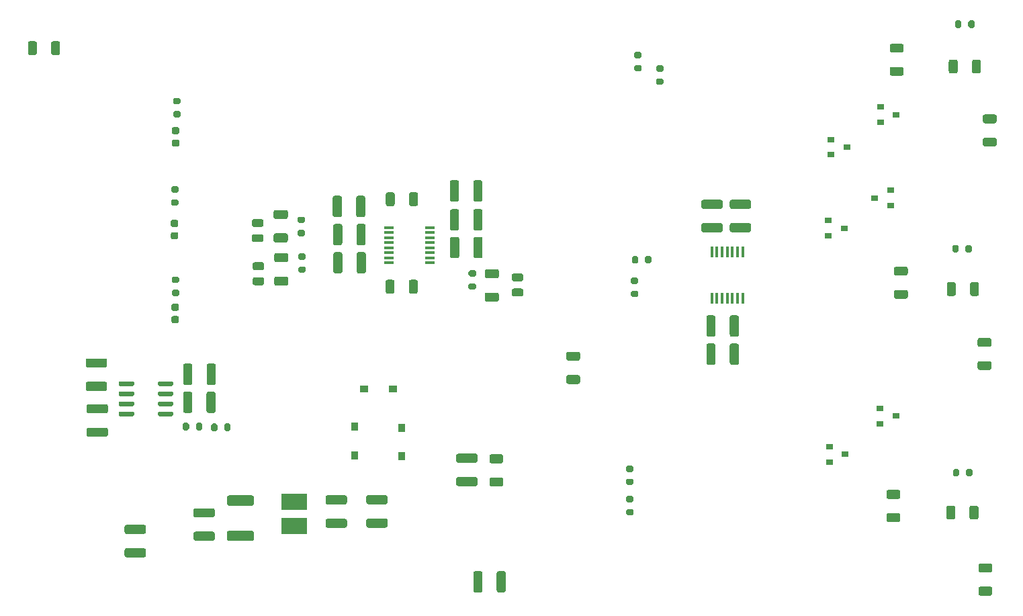
<source format=gtp>
G04 #@! TF.GenerationSoftware,KiCad,Pcbnew,(5.1.10)-1*
G04 #@! TF.CreationDate,2022-03-21T21:51:29-04:00*
G04 #@! TF.ProjectId,MC-ADC,4d432d41-4443-42e6-9b69-6361645f7063,rev?*
G04 #@! TF.SameCoordinates,Original*
G04 #@! TF.FileFunction,Paste,Top*
G04 #@! TF.FilePolarity,Positive*
%FSLAX46Y46*%
G04 Gerber Fmt 4.6, Leading zero omitted, Abs format (unit mm)*
G04 Created by KiCad (PCBNEW (5.1.10)-1) date 2022-03-21 21:51:29*
%MOMM*%
%LPD*%
G01*
G04 APERTURE LIST*
%ADD10R,0.850000X1.050000*%
%ADD11R,1.050000X0.850000*%
%ADD12R,0.900000X0.800000*%
%ADD13R,1.200000X0.400000*%
%ADD14R,0.450000X1.450000*%
%ADD15R,3.250000X2.150000*%
G04 APERTURE END LIST*
G36*
G01*
X142542099Y-122439000D02*
X143792101Y-122439000D01*
G75*
G02*
X144042100Y-122688999I0J-249999D01*
G01*
X144042100Y-123314001D01*
G75*
G02*
X143792101Y-123564000I-249999J0D01*
G01*
X142542099Y-123564000D01*
G75*
G02*
X142292100Y-123314001I0J249999D01*
G01*
X142292100Y-122688999D01*
G75*
G02*
X142542099Y-122439000I249999J0D01*
G01*
G37*
G36*
G01*
X142542099Y-119514000D02*
X143792101Y-119514000D01*
G75*
G02*
X144042100Y-119763999I0J-249999D01*
G01*
X144042100Y-120389001D01*
G75*
G02*
X143792101Y-120639000I-249999J0D01*
G01*
X142542099Y-120639000D01*
G75*
G02*
X142292100Y-120389001I0J249999D01*
G01*
X142292100Y-119763999D01*
G75*
G02*
X142542099Y-119514000I249999J0D01*
G01*
G37*
D10*
X125275340Y-119650920D03*
X125275340Y-116050920D03*
X131216400Y-116162680D03*
X131216400Y-119762680D03*
D11*
X126503020Y-111267240D03*
X130103020Y-111267240D03*
G36*
G01*
X140556161Y-120572960D02*
X138356159Y-120572960D01*
G75*
G02*
X138106160Y-120322961I0J249999D01*
G01*
X138106160Y-119672959D01*
G75*
G02*
X138356159Y-119422960I249999J0D01*
G01*
X140556161Y-119422960D01*
G75*
G02*
X140806160Y-119672959I0J-249999D01*
G01*
X140806160Y-120322961D01*
G75*
G02*
X140556161Y-120572960I-249999J0D01*
G01*
G37*
G36*
G01*
X140556161Y-123522960D02*
X138356159Y-123522960D01*
G75*
G02*
X138106160Y-123272961I0J249999D01*
G01*
X138106160Y-122622959D01*
G75*
G02*
X138356159Y-122372960I249999J0D01*
G01*
X140556161Y-122372960D01*
G75*
G02*
X140806160Y-122622959I0J-249999D01*
G01*
X140806160Y-123272961D01*
G75*
G02*
X140556161Y-123522960I-249999J0D01*
G01*
G37*
D12*
X185136280Y-118562080D03*
X185136280Y-120462080D03*
X187136280Y-119512080D03*
X191524380Y-113733540D03*
X191524380Y-115633540D03*
X193524380Y-114683540D03*
X184991500Y-90050580D03*
X184991500Y-91950580D03*
X186991500Y-91000580D03*
X192843660Y-88135500D03*
X192843660Y-86235500D03*
X190843660Y-87185500D03*
X185375040Y-79857560D03*
X185375040Y-81757560D03*
X187375040Y-80807560D03*
X191570100Y-75740220D03*
X191570100Y-77640220D03*
X193570100Y-76690220D03*
G36*
G01*
X100511740Y-110749220D02*
X100511740Y-110449220D01*
G75*
G02*
X100661740Y-110299220I150000J0D01*
G01*
X102311740Y-110299220D01*
G75*
G02*
X102461740Y-110449220I0J-150000D01*
G01*
X102461740Y-110749220D01*
G75*
G02*
X102311740Y-110899220I-150000J0D01*
G01*
X100661740Y-110899220D01*
G75*
G02*
X100511740Y-110749220I0J150000D01*
G01*
G37*
G36*
G01*
X100511740Y-112019220D02*
X100511740Y-111719220D01*
G75*
G02*
X100661740Y-111569220I150000J0D01*
G01*
X102311740Y-111569220D01*
G75*
G02*
X102461740Y-111719220I0J-150000D01*
G01*
X102461740Y-112019220D01*
G75*
G02*
X102311740Y-112169220I-150000J0D01*
G01*
X100661740Y-112169220D01*
G75*
G02*
X100511740Y-112019220I0J150000D01*
G01*
G37*
G36*
G01*
X100511740Y-113289220D02*
X100511740Y-112989220D01*
G75*
G02*
X100661740Y-112839220I150000J0D01*
G01*
X102311740Y-112839220D01*
G75*
G02*
X102461740Y-112989220I0J-150000D01*
G01*
X102461740Y-113289220D01*
G75*
G02*
X102311740Y-113439220I-150000J0D01*
G01*
X100661740Y-113439220D01*
G75*
G02*
X100511740Y-113289220I0J150000D01*
G01*
G37*
G36*
G01*
X100511740Y-114559220D02*
X100511740Y-114259220D01*
G75*
G02*
X100661740Y-114109220I150000J0D01*
G01*
X102311740Y-114109220D01*
G75*
G02*
X102461740Y-114259220I0J-150000D01*
G01*
X102461740Y-114559220D01*
G75*
G02*
X102311740Y-114709220I-150000J0D01*
G01*
X100661740Y-114709220D01*
G75*
G02*
X100511740Y-114559220I0J150000D01*
G01*
G37*
G36*
G01*
X95561740Y-114559220D02*
X95561740Y-114259220D01*
G75*
G02*
X95711740Y-114109220I150000J0D01*
G01*
X97361740Y-114109220D01*
G75*
G02*
X97511740Y-114259220I0J-150000D01*
G01*
X97511740Y-114559220D01*
G75*
G02*
X97361740Y-114709220I-150000J0D01*
G01*
X95711740Y-114709220D01*
G75*
G02*
X95561740Y-114559220I0J150000D01*
G01*
G37*
G36*
G01*
X95561740Y-113289220D02*
X95561740Y-112989220D01*
G75*
G02*
X95711740Y-112839220I150000J0D01*
G01*
X97361740Y-112839220D01*
G75*
G02*
X97511740Y-112989220I0J-150000D01*
G01*
X97511740Y-113289220D01*
G75*
G02*
X97361740Y-113439220I-150000J0D01*
G01*
X95711740Y-113439220D01*
G75*
G02*
X95561740Y-113289220I0J150000D01*
G01*
G37*
G36*
G01*
X95561740Y-112019220D02*
X95561740Y-111719220D01*
G75*
G02*
X95711740Y-111569220I150000J0D01*
G01*
X97361740Y-111569220D01*
G75*
G02*
X97511740Y-111719220I0J-150000D01*
G01*
X97511740Y-112019220D01*
G75*
G02*
X97361740Y-112169220I-150000J0D01*
G01*
X95711740Y-112169220D01*
G75*
G02*
X95561740Y-112019220I0J150000D01*
G01*
G37*
G36*
G01*
X95561740Y-110749220D02*
X95561740Y-110449220D01*
G75*
G02*
X95711740Y-110299220I150000J0D01*
G01*
X97361740Y-110299220D01*
G75*
G02*
X97511740Y-110449220I0J-150000D01*
G01*
X97511740Y-110749220D01*
G75*
G02*
X97361740Y-110899220I-150000J0D01*
G01*
X95711740Y-110899220D01*
G75*
G02*
X95561740Y-110749220I0J150000D01*
G01*
G37*
G36*
G01*
X140274880Y-91061721D02*
X140274880Y-88861719D01*
G75*
G02*
X140524879Y-88611720I249999J0D01*
G01*
X141174881Y-88611720D01*
G75*
G02*
X141424880Y-88861719I0J-249999D01*
G01*
X141424880Y-91061721D01*
G75*
G02*
X141174881Y-91311720I-249999J0D01*
G01*
X140524879Y-91311720D01*
G75*
G02*
X140274880Y-91061721I0J249999D01*
G01*
G37*
G36*
G01*
X137324880Y-91061721D02*
X137324880Y-88861719D01*
G75*
G02*
X137574879Y-88611720I249999J0D01*
G01*
X138224881Y-88611720D01*
G75*
G02*
X138474880Y-88861719I0J-249999D01*
G01*
X138474880Y-91061721D01*
G75*
G02*
X138224881Y-91311720I-249999J0D01*
G01*
X137574879Y-91311720D01*
G75*
G02*
X137324880Y-91061721I0J249999D01*
G01*
G37*
G36*
G01*
X140264720Y-87414281D02*
X140264720Y-85214279D01*
G75*
G02*
X140514719Y-84964280I249999J0D01*
G01*
X141164721Y-84964280D01*
G75*
G02*
X141414720Y-85214279I0J-249999D01*
G01*
X141414720Y-87414281D01*
G75*
G02*
X141164721Y-87664280I-249999J0D01*
G01*
X140514719Y-87664280D01*
G75*
G02*
X140264720Y-87414281I0J249999D01*
G01*
G37*
G36*
G01*
X137314720Y-87414281D02*
X137314720Y-85214279D01*
G75*
G02*
X137564719Y-84964280I249999J0D01*
G01*
X138214721Y-84964280D01*
G75*
G02*
X138464720Y-85214279I0J-249999D01*
G01*
X138464720Y-87414281D01*
G75*
G02*
X138214721Y-87664280I-249999J0D01*
G01*
X137564719Y-87664280D01*
G75*
G02*
X137314720Y-87414281I0J249999D01*
G01*
G37*
G36*
G01*
X140287580Y-94546601D02*
X140287580Y-92346599D01*
G75*
G02*
X140537579Y-92096600I249999J0D01*
G01*
X141187581Y-92096600D01*
G75*
G02*
X141437580Y-92346599I0J-249999D01*
G01*
X141437580Y-94546601D01*
G75*
G02*
X141187581Y-94796600I-249999J0D01*
G01*
X140537579Y-94796600D01*
G75*
G02*
X140287580Y-94546601I0J249999D01*
G01*
G37*
G36*
G01*
X137337580Y-94546601D02*
X137337580Y-92346599D01*
G75*
G02*
X137587579Y-92096600I249999J0D01*
G01*
X138237581Y-92096600D01*
G75*
G02*
X138487580Y-92346599I0J-249999D01*
G01*
X138487580Y-94546601D01*
G75*
G02*
X138237581Y-94796600I-249999J0D01*
G01*
X137587579Y-94796600D01*
G75*
G02*
X137337580Y-94546601I0J249999D01*
G01*
G37*
G36*
G01*
X123701500Y-87170079D02*
X123701500Y-89370081D01*
G75*
G02*
X123451501Y-89620080I-249999J0D01*
G01*
X122801499Y-89620080D01*
G75*
G02*
X122551500Y-89370081I0J249999D01*
G01*
X122551500Y-87170079D01*
G75*
G02*
X122801499Y-86920080I249999J0D01*
G01*
X123451501Y-86920080D01*
G75*
G02*
X123701500Y-87170079I0J-249999D01*
G01*
G37*
G36*
G01*
X126651500Y-87170079D02*
X126651500Y-89370081D01*
G75*
G02*
X126401501Y-89620080I-249999J0D01*
G01*
X125751499Y-89620080D01*
G75*
G02*
X125501500Y-89370081I0J249999D01*
G01*
X125501500Y-87170079D01*
G75*
G02*
X125751499Y-86920080I249999J0D01*
G01*
X126401501Y-86920080D01*
G75*
G02*
X126651500Y-87170079I0J-249999D01*
G01*
G37*
G36*
G01*
X123768280Y-94274459D02*
X123768280Y-96474461D01*
G75*
G02*
X123518281Y-96724460I-249999J0D01*
G01*
X122868279Y-96724460D01*
G75*
G02*
X122618280Y-96474461I0J249999D01*
G01*
X122618280Y-94274459D01*
G75*
G02*
X122868279Y-94024460I249999J0D01*
G01*
X123518281Y-94024460D01*
G75*
G02*
X123768280Y-94274459I0J-249999D01*
G01*
G37*
G36*
G01*
X126718280Y-94274459D02*
X126718280Y-96474461D01*
G75*
G02*
X126468281Y-96724460I-249999J0D01*
G01*
X125818279Y-96724460D01*
G75*
G02*
X125568280Y-96474461I0J249999D01*
G01*
X125568280Y-94274459D01*
G75*
G02*
X125818279Y-94024460I249999J0D01*
G01*
X126468281Y-94024460D01*
G75*
G02*
X126718280Y-94274459I0J-249999D01*
G01*
G37*
G36*
G01*
X123745420Y-90726079D02*
X123745420Y-92926081D01*
G75*
G02*
X123495421Y-93176080I-249999J0D01*
G01*
X122845419Y-93176080D01*
G75*
G02*
X122595420Y-92926081I0J249999D01*
G01*
X122595420Y-90726079D01*
G75*
G02*
X122845419Y-90476080I249999J0D01*
G01*
X123495421Y-90476080D01*
G75*
G02*
X123745420Y-90726079I0J-249999D01*
G01*
G37*
G36*
G01*
X126695420Y-90726079D02*
X126695420Y-92926081D01*
G75*
G02*
X126445421Y-93176080I-249999J0D01*
G01*
X125795419Y-93176080D01*
G75*
G02*
X125545420Y-92926081I0J249999D01*
G01*
X125545420Y-90726079D01*
G75*
G02*
X125795419Y-90476080I249999J0D01*
G01*
X126445421Y-90476080D01*
G75*
G02*
X126695420Y-90726079I0J-249999D01*
G01*
G37*
G36*
G01*
X170791300Y-102242439D02*
X170791300Y-104442441D01*
G75*
G02*
X170541301Y-104692440I-249999J0D01*
G01*
X169891299Y-104692440D01*
G75*
G02*
X169641300Y-104442441I0J249999D01*
G01*
X169641300Y-102242439D01*
G75*
G02*
X169891299Y-101992440I249999J0D01*
G01*
X170541301Y-101992440D01*
G75*
G02*
X170791300Y-102242439I0J-249999D01*
G01*
G37*
G36*
G01*
X173741300Y-102242439D02*
X173741300Y-104442441D01*
G75*
G02*
X173491301Y-104692440I-249999J0D01*
G01*
X172841299Y-104692440D01*
G75*
G02*
X172591300Y-104442441I0J249999D01*
G01*
X172591300Y-102242439D01*
G75*
G02*
X172841299Y-101992440I249999J0D01*
G01*
X173491301Y-101992440D01*
G75*
G02*
X173741300Y-102242439I0J-249999D01*
G01*
G37*
G36*
G01*
X170791300Y-105793359D02*
X170791300Y-107993361D01*
G75*
G02*
X170541301Y-108243360I-249999J0D01*
G01*
X169891299Y-108243360D01*
G75*
G02*
X169641300Y-107993361I0J249999D01*
G01*
X169641300Y-105793359D01*
G75*
G02*
X169891299Y-105543360I249999J0D01*
G01*
X170541301Y-105543360D01*
G75*
G02*
X170791300Y-105793359I0J-249999D01*
G01*
G37*
G36*
G01*
X173741300Y-105793359D02*
X173741300Y-107993361D01*
G75*
G02*
X173491301Y-108243360I-249999J0D01*
G01*
X172841299Y-108243360D01*
G75*
G02*
X172591300Y-107993361I0J249999D01*
G01*
X172591300Y-105793359D01*
G75*
G02*
X172841299Y-105543360I249999J0D01*
G01*
X173491301Y-105543360D01*
G75*
G02*
X173741300Y-105793359I0J-249999D01*
G01*
G37*
G36*
G01*
X175029041Y-88568960D02*
X172829039Y-88568960D01*
G75*
G02*
X172579040Y-88318961I0J249999D01*
G01*
X172579040Y-87668959D01*
G75*
G02*
X172829039Y-87418960I249999J0D01*
G01*
X175029041Y-87418960D01*
G75*
G02*
X175279040Y-87668959I0J-249999D01*
G01*
X175279040Y-88318961D01*
G75*
G02*
X175029041Y-88568960I-249999J0D01*
G01*
G37*
G36*
G01*
X175029041Y-91518960D02*
X172829039Y-91518960D01*
G75*
G02*
X172579040Y-91268961I0J249999D01*
G01*
X172579040Y-90618959D01*
G75*
G02*
X172829039Y-90368960I249999J0D01*
G01*
X175029041Y-90368960D01*
G75*
G02*
X175279040Y-90618959I0J-249999D01*
G01*
X175279040Y-91268961D01*
G75*
G02*
X175029041Y-91518960I-249999J0D01*
G01*
G37*
G36*
G01*
X171457801Y-88579120D02*
X169257799Y-88579120D01*
G75*
G02*
X169007800Y-88329121I0J249999D01*
G01*
X169007800Y-87679119D01*
G75*
G02*
X169257799Y-87429120I249999J0D01*
G01*
X171457801Y-87429120D01*
G75*
G02*
X171707800Y-87679119I0J-249999D01*
G01*
X171707800Y-88329121D01*
G75*
G02*
X171457801Y-88579120I-249999J0D01*
G01*
G37*
G36*
G01*
X171457801Y-91529120D02*
X169257799Y-91529120D01*
G75*
G02*
X169007800Y-91279121I0J249999D01*
G01*
X169007800Y-90629119D01*
G75*
G02*
X169257799Y-90379120I249999J0D01*
G01*
X171457801Y-90379120D01*
G75*
G02*
X171707800Y-90629119I0J-249999D01*
G01*
X171707800Y-91279121D01*
G75*
G02*
X171457801Y-91529120I-249999J0D01*
G01*
G37*
G36*
G01*
X87051720Y-68943381D02*
X87051720Y-67693379D01*
G75*
G02*
X87301719Y-67443380I249999J0D01*
G01*
X87926721Y-67443380D01*
G75*
G02*
X88176720Y-67693379I0J-249999D01*
G01*
X88176720Y-68943381D01*
G75*
G02*
X87926721Y-69193380I-249999J0D01*
G01*
X87301719Y-69193380D01*
G75*
G02*
X87051720Y-68943381I0J249999D01*
G01*
G37*
G36*
G01*
X84126720Y-68943381D02*
X84126720Y-67693379D01*
G75*
G02*
X84376719Y-67443380I249999J0D01*
G01*
X85001721Y-67443380D01*
G75*
G02*
X85251720Y-67693379I0J-249999D01*
G01*
X85251720Y-68943381D01*
G75*
G02*
X85001721Y-69193380I-249999J0D01*
G01*
X84376719Y-69193380D01*
G75*
G02*
X84126720Y-68943381I0J249999D01*
G01*
G37*
D13*
X134804460Y-90947240D03*
X134804460Y-91582240D03*
X134804460Y-92217240D03*
X134804460Y-92852240D03*
X134804460Y-93487240D03*
X134804460Y-94122240D03*
X134804460Y-94757240D03*
X134804460Y-95392240D03*
X129604460Y-95392240D03*
X129604460Y-94757240D03*
X129604460Y-94122240D03*
X129604460Y-93487240D03*
X129604460Y-92852240D03*
X129604460Y-92217240D03*
X129604460Y-91582240D03*
X129604460Y-90947240D03*
D14*
X170312800Y-94003940D03*
X170962800Y-94003940D03*
X171612800Y-94003940D03*
X172262800Y-94003940D03*
X172912800Y-94003940D03*
X173562800Y-94003940D03*
X174212800Y-94003940D03*
X174212800Y-99853940D03*
X173562800Y-99853940D03*
X172912800Y-99853940D03*
X172262800Y-99853940D03*
X171612800Y-99853940D03*
X170962800Y-99853940D03*
X170312800Y-99853940D03*
G36*
G01*
X153479661Y-107715480D02*
X152229659Y-107715480D01*
G75*
G02*
X151979660Y-107465481I0J249999D01*
G01*
X151979660Y-106840479D01*
G75*
G02*
X152229659Y-106590480I249999J0D01*
G01*
X153479661Y-106590480D01*
G75*
G02*
X153729660Y-106840479I0J-249999D01*
G01*
X153729660Y-107465481D01*
G75*
G02*
X153479661Y-107715480I-249999J0D01*
G01*
G37*
G36*
G01*
X153479661Y-110640480D02*
X152229659Y-110640480D01*
G75*
G02*
X151979660Y-110390481I0J249999D01*
G01*
X151979660Y-109765479D01*
G75*
G02*
X152229659Y-109515480I249999J0D01*
G01*
X153479661Y-109515480D01*
G75*
G02*
X153729660Y-109765479I0J-249999D01*
G01*
X153729660Y-110390481D01*
G75*
G02*
X153479661Y-110640480I-249999J0D01*
G01*
G37*
G36*
G01*
X130339260Y-97761899D02*
X130339260Y-99011901D01*
G75*
G02*
X130089261Y-99261900I-249999J0D01*
G01*
X129464259Y-99261900D01*
G75*
G02*
X129214260Y-99011901I0J249999D01*
G01*
X129214260Y-97761899D01*
G75*
G02*
X129464259Y-97511900I249999J0D01*
G01*
X130089261Y-97511900D01*
G75*
G02*
X130339260Y-97761899I0J-249999D01*
G01*
G37*
G36*
G01*
X133264260Y-97761899D02*
X133264260Y-99011901D01*
G75*
G02*
X133014261Y-99261900I-249999J0D01*
G01*
X132389259Y-99261900D01*
G75*
G02*
X132139260Y-99011901I0J249999D01*
G01*
X132139260Y-97761899D01*
G75*
G02*
X132389259Y-97511900I249999J0D01*
G01*
X133014261Y-97511900D01*
G75*
G02*
X133264260Y-97761899I0J-249999D01*
G01*
G37*
G36*
G01*
X118398880Y-95832480D02*
X118948880Y-95832480D01*
G75*
G02*
X119148880Y-96032480I0J-200000D01*
G01*
X119148880Y-96432480D01*
G75*
G02*
X118948880Y-96632480I-200000J0D01*
G01*
X118398880Y-96632480D01*
G75*
G02*
X118198880Y-96432480I0J200000D01*
G01*
X118198880Y-96032480D01*
G75*
G02*
X118398880Y-95832480I200000J0D01*
G01*
G37*
G36*
G01*
X118398880Y-94182480D02*
X118948880Y-94182480D01*
G75*
G02*
X119148880Y-94382480I0J-200000D01*
G01*
X119148880Y-94782480D01*
G75*
G02*
X118948880Y-94982480I-200000J0D01*
G01*
X118398880Y-94982480D01*
G75*
G02*
X118198880Y-94782480I0J200000D01*
G01*
X118198880Y-94382480D01*
G75*
G02*
X118398880Y-94182480I200000J0D01*
G01*
G37*
G36*
G01*
X139856800Y-97961000D02*
X140406800Y-97961000D01*
G75*
G02*
X140606800Y-98161000I0J-200000D01*
G01*
X140606800Y-98561000D01*
G75*
G02*
X140406800Y-98761000I-200000J0D01*
G01*
X139856800Y-98761000D01*
G75*
G02*
X139656800Y-98561000I0J200000D01*
G01*
X139656800Y-98161000D01*
G75*
G02*
X139856800Y-97961000I200000J0D01*
G01*
G37*
G36*
G01*
X139856800Y-96311000D02*
X140406800Y-96311000D01*
G75*
G02*
X140606800Y-96511000I0J-200000D01*
G01*
X140606800Y-96911000D01*
G75*
G02*
X140406800Y-97111000I-200000J0D01*
G01*
X139856800Y-97111000D01*
G75*
G02*
X139656800Y-96911000I0J200000D01*
G01*
X139656800Y-96511000D01*
G75*
G02*
X139856800Y-96311000I200000J0D01*
G01*
G37*
G36*
G01*
X118859980Y-90369340D02*
X118309980Y-90369340D01*
G75*
G02*
X118109980Y-90169340I0J200000D01*
G01*
X118109980Y-89769340D01*
G75*
G02*
X118309980Y-89569340I200000J0D01*
G01*
X118859980Y-89569340D01*
G75*
G02*
X119059980Y-89769340I0J-200000D01*
G01*
X119059980Y-90169340D01*
G75*
G02*
X118859980Y-90369340I-200000J0D01*
G01*
G37*
G36*
G01*
X118859980Y-92019340D02*
X118309980Y-92019340D01*
G75*
G02*
X118109980Y-91819340I0J200000D01*
G01*
X118109980Y-91419340D01*
G75*
G02*
X118309980Y-91219340I200000J0D01*
G01*
X118859980Y-91219340D01*
G75*
G02*
X119059980Y-91419340I0J-200000D01*
G01*
X119059980Y-91819340D01*
G75*
G02*
X118859980Y-92019340I-200000J0D01*
G01*
G37*
G36*
G01*
X130364660Y-86738299D02*
X130364660Y-87988301D01*
G75*
G02*
X130114661Y-88238300I-249999J0D01*
G01*
X129489659Y-88238300D01*
G75*
G02*
X129239660Y-87988301I0J249999D01*
G01*
X129239660Y-86738299D01*
G75*
G02*
X129489659Y-86488300I249999J0D01*
G01*
X130114661Y-86488300D01*
G75*
G02*
X130364660Y-86738299I0J-249999D01*
G01*
G37*
G36*
G01*
X133289660Y-86738299D02*
X133289660Y-87988301D01*
G75*
G02*
X133039661Y-88238300I-249999J0D01*
G01*
X132414659Y-88238300D01*
G75*
G02*
X132164660Y-87988301I0J249999D01*
G01*
X132164660Y-86738299D01*
G75*
G02*
X132414659Y-86488300I249999J0D01*
G01*
X133039661Y-86488300D01*
G75*
G02*
X133289660Y-86738299I0J-249999D01*
G01*
G37*
G36*
G01*
X204180279Y-136190560D02*
X205430281Y-136190560D01*
G75*
G02*
X205680280Y-136440559I0J-249999D01*
G01*
X205680280Y-137065561D01*
G75*
G02*
X205430281Y-137315560I-249999J0D01*
G01*
X204180279Y-137315560D01*
G75*
G02*
X203930280Y-137065561I0J249999D01*
G01*
X203930280Y-136440559D01*
G75*
G02*
X204180279Y-136190560I249999J0D01*
G01*
G37*
G36*
G01*
X204180279Y-133265560D02*
X205430281Y-133265560D01*
G75*
G02*
X205680280Y-133515559I0J-249999D01*
G01*
X205680280Y-134140561D01*
G75*
G02*
X205430281Y-134390560I-249999J0D01*
G01*
X204180279Y-134390560D01*
G75*
G02*
X203930280Y-134140561I0J249999D01*
G01*
X203930280Y-133515559D01*
G75*
G02*
X204180279Y-133265560I249999J0D01*
G01*
G37*
G36*
G01*
X193832641Y-125129720D02*
X192582639Y-125129720D01*
G75*
G02*
X192332640Y-124879721I0J249999D01*
G01*
X192332640Y-124254719D01*
G75*
G02*
X192582639Y-124004720I249999J0D01*
G01*
X193832641Y-124004720D01*
G75*
G02*
X194082640Y-124254719I0J-249999D01*
G01*
X194082640Y-124879721D01*
G75*
G02*
X193832641Y-125129720I-249999J0D01*
G01*
G37*
G36*
G01*
X193832641Y-128054720D02*
X192582639Y-128054720D01*
G75*
G02*
X192332640Y-127804721I0J249999D01*
G01*
X192332640Y-127179719D01*
G75*
G02*
X192582639Y-126929720I249999J0D01*
G01*
X193832641Y-126929720D01*
G75*
G02*
X194082640Y-127179719I0J-249999D01*
G01*
X194082640Y-127804721D01*
G75*
G02*
X193832641Y-128054720I-249999J0D01*
G01*
G37*
G36*
G01*
X201517700Y-121548480D02*
X201517700Y-122098480D01*
G75*
G02*
X201317700Y-122298480I-200000J0D01*
G01*
X200917700Y-122298480D01*
G75*
G02*
X200717700Y-122098480I0J200000D01*
G01*
X200717700Y-121548480D01*
G75*
G02*
X200917700Y-121348480I200000J0D01*
G01*
X201317700Y-121348480D01*
G75*
G02*
X201517700Y-121548480I0J-200000D01*
G01*
G37*
G36*
G01*
X203167700Y-121548480D02*
X203167700Y-122098480D01*
G75*
G02*
X202967700Y-122298480I-200000J0D01*
G01*
X202567700Y-122298480D01*
G75*
G02*
X202367700Y-122098480I0J200000D01*
G01*
X202367700Y-121548480D01*
G75*
G02*
X202567700Y-121348480I200000J0D01*
G01*
X202967700Y-121348480D01*
G75*
G02*
X203167700Y-121548480I0J-200000D01*
G01*
G37*
G36*
G01*
X201009680Y-126232759D02*
X201009680Y-127482761D01*
G75*
G02*
X200759681Y-127732760I-249999J0D01*
G01*
X200134679Y-127732760D01*
G75*
G02*
X199884680Y-127482761I0J249999D01*
G01*
X199884680Y-126232759D01*
G75*
G02*
X200134679Y-125982760I249999J0D01*
G01*
X200759681Y-125982760D01*
G75*
G02*
X201009680Y-126232759I0J-249999D01*
G01*
G37*
G36*
G01*
X203934680Y-126232759D02*
X203934680Y-127482761D01*
G75*
G02*
X203684681Y-127732760I-249999J0D01*
G01*
X203059679Y-127732760D01*
G75*
G02*
X202809680Y-127482761I0J249999D01*
G01*
X202809680Y-126232759D01*
G75*
G02*
X203059679Y-125982760I249999J0D01*
G01*
X203684681Y-125982760D01*
G75*
G02*
X203934680Y-126232759I0J-249999D01*
G01*
G37*
G36*
G01*
X159699280Y-122581220D02*
X160249280Y-122581220D01*
G75*
G02*
X160449280Y-122781220I0J-200000D01*
G01*
X160449280Y-123181220D01*
G75*
G02*
X160249280Y-123381220I-200000J0D01*
G01*
X159699280Y-123381220D01*
G75*
G02*
X159499280Y-123181220I0J200000D01*
G01*
X159499280Y-122781220D01*
G75*
G02*
X159699280Y-122581220I200000J0D01*
G01*
G37*
G36*
G01*
X159699280Y-120931220D02*
X160249280Y-120931220D01*
G75*
G02*
X160449280Y-121131220I0J-200000D01*
G01*
X160449280Y-121531220D01*
G75*
G02*
X160249280Y-121731220I-200000J0D01*
G01*
X159699280Y-121731220D01*
G75*
G02*
X159499280Y-121531220I0J200000D01*
G01*
X159499280Y-121131220D01*
G75*
G02*
X159699280Y-120931220I200000J0D01*
G01*
G37*
G36*
G01*
X159734840Y-126406460D02*
X160284840Y-126406460D01*
G75*
G02*
X160484840Y-126606460I0J-200000D01*
G01*
X160484840Y-127006460D01*
G75*
G02*
X160284840Y-127206460I-200000J0D01*
G01*
X159734840Y-127206460D01*
G75*
G02*
X159534840Y-127006460I0J200000D01*
G01*
X159534840Y-126606460D01*
G75*
G02*
X159734840Y-126406460I200000J0D01*
G01*
G37*
G36*
G01*
X159734840Y-124756460D02*
X160284840Y-124756460D01*
G75*
G02*
X160484840Y-124956460I0J-200000D01*
G01*
X160484840Y-125356460D01*
G75*
G02*
X160284840Y-125556460I-200000J0D01*
G01*
X159734840Y-125556460D01*
G75*
G02*
X159534840Y-125356460I0J200000D01*
G01*
X159534840Y-124956460D01*
G75*
G02*
X159734840Y-124756460I200000J0D01*
G01*
G37*
G36*
G01*
X103002760Y-97918720D02*
X102452760Y-97918720D01*
G75*
G02*
X102252760Y-97718720I0J200000D01*
G01*
X102252760Y-97318720D01*
G75*
G02*
X102452760Y-97118720I200000J0D01*
G01*
X103002760Y-97118720D01*
G75*
G02*
X103202760Y-97318720I0J-200000D01*
G01*
X103202760Y-97718720D01*
G75*
G02*
X103002760Y-97918720I-200000J0D01*
G01*
G37*
G36*
G01*
X103002760Y-99568720D02*
X102452760Y-99568720D01*
G75*
G02*
X102252760Y-99368720I0J200000D01*
G01*
X102252760Y-98968720D01*
G75*
G02*
X102452760Y-98768720I200000J0D01*
G01*
X103002760Y-98768720D01*
G75*
G02*
X103202760Y-98968720I0J-200000D01*
G01*
X103202760Y-99368720D01*
G75*
G02*
X103002760Y-99568720I-200000J0D01*
G01*
G37*
G36*
G01*
X204078679Y-107762880D02*
X205328681Y-107762880D01*
G75*
G02*
X205578680Y-108012879I0J-249999D01*
G01*
X205578680Y-108637881D01*
G75*
G02*
X205328681Y-108887880I-249999J0D01*
G01*
X204078679Y-108887880D01*
G75*
G02*
X203828680Y-108637881I0J249999D01*
G01*
X203828680Y-108012879D01*
G75*
G02*
X204078679Y-107762880I249999J0D01*
G01*
G37*
G36*
G01*
X204078679Y-104837880D02*
X205328681Y-104837880D01*
G75*
G02*
X205578680Y-105087879I0J-249999D01*
G01*
X205578680Y-105712881D01*
G75*
G02*
X205328681Y-105962880I-249999J0D01*
G01*
X204078679Y-105962880D01*
G75*
G02*
X203828680Y-105712881I0J249999D01*
G01*
X203828680Y-105087879D01*
G75*
G02*
X204078679Y-104837880I249999J0D01*
G01*
G37*
G36*
G01*
X194787681Y-96986520D02*
X193537679Y-96986520D01*
G75*
G02*
X193287680Y-96736521I0J249999D01*
G01*
X193287680Y-96111519D01*
G75*
G02*
X193537679Y-95861520I249999J0D01*
G01*
X194787681Y-95861520D01*
G75*
G02*
X195037680Y-96111519I0J-249999D01*
G01*
X195037680Y-96736521D01*
G75*
G02*
X194787681Y-96986520I-249999J0D01*
G01*
G37*
G36*
G01*
X194787681Y-99911520D02*
X193537679Y-99911520D01*
G75*
G02*
X193287680Y-99661521I0J249999D01*
G01*
X193287680Y-99036519D01*
G75*
G02*
X193537679Y-98786520I249999J0D01*
G01*
X194787681Y-98786520D01*
G75*
G02*
X195037680Y-99036519I0J-249999D01*
G01*
X195037680Y-99661521D01*
G75*
G02*
X194787681Y-99911520I-249999J0D01*
G01*
G37*
G36*
G01*
X201433880Y-93318920D02*
X201433880Y-93868920D01*
G75*
G02*
X201233880Y-94068920I-200000J0D01*
G01*
X200833880Y-94068920D01*
G75*
G02*
X200633880Y-93868920I0J200000D01*
G01*
X200633880Y-93318920D01*
G75*
G02*
X200833880Y-93118920I200000J0D01*
G01*
X201233880Y-93118920D01*
G75*
G02*
X201433880Y-93318920I0J-200000D01*
G01*
G37*
G36*
G01*
X203083880Y-93318920D02*
X203083880Y-93868920D01*
G75*
G02*
X202883880Y-94068920I-200000J0D01*
G01*
X202483880Y-94068920D01*
G75*
G02*
X202283880Y-93868920I0J200000D01*
G01*
X202283880Y-93318920D01*
G75*
G02*
X202483880Y-93118920I200000J0D01*
G01*
X202883880Y-93118920D01*
G75*
G02*
X203083880Y-93318920I0J-200000D01*
G01*
G37*
G36*
G01*
X201080800Y-98059079D02*
X201080800Y-99309081D01*
G75*
G02*
X200830801Y-99559080I-249999J0D01*
G01*
X200205799Y-99559080D01*
G75*
G02*
X199955800Y-99309081I0J249999D01*
G01*
X199955800Y-98059079D01*
G75*
G02*
X200205799Y-97809080I249999J0D01*
G01*
X200830801Y-97809080D01*
G75*
G02*
X201080800Y-98059079I0J-249999D01*
G01*
G37*
G36*
G01*
X204005800Y-98059079D02*
X204005800Y-99309081D01*
G75*
G02*
X203755801Y-99559080I-249999J0D01*
G01*
X203130799Y-99559080D01*
G75*
G02*
X202880800Y-99309081I0J249999D01*
G01*
X202880800Y-98059079D01*
G75*
G02*
X203130799Y-97809080I249999J0D01*
G01*
X203755801Y-97809080D01*
G75*
G02*
X204005800Y-98059079I0J-249999D01*
G01*
G37*
G36*
G01*
X161063120Y-94710840D02*
X161063120Y-95260840D01*
G75*
G02*
X160863120Y-95460840I-200000J0D01*
G01*
X160463120Y-95460840D01*
G75*
G02*
X160263120Y-95260840I0J200000D01*
G01*
X160263120Y-94710840D01*
G75*
G02*
X160463120Y-94510840I200000J0D01*
G01*
X160863120Y-94510840D01*
G75*
G02*
X161063120Y-94710840I0J-200000D01*
G01*
G37*
G36*
G01*
X162713120Y-94710840D02*
X162713120Y-95260840D01*
G75*
G02*
X162513120Y-95460840I-200000J0D01*
G01*
X162113120Y-95460840D01*
G75*
G02*
X161913120Y-95260840I0J200000D01*
G01*
X161913120Y-94710840D01*
G75*
G02*
X162113120Y-94510840I200000J0D01*
G01*
X162513120Y-94510840D01*
G75*
G02*
X162713120Y-94710840I0J-200000D01*
G01*
G37*
G36*
G01*
X160326660Y-98895720D02*
X160876660Y-98895720D01*
G75*
G02*
X161076660Y-99095720I0J-200000D01*
G01*
X161076660Y-99495720D01*
G75*
G02*
X160876660Y-99695720I-200000J0D01*
G01*
X160326660Y-99695720D01*
G75*
G02*
X160126660Y-99495720I0J200000D01*
G01*
X160126660Y-99095720D01*
G75*
G02*
X160326660Y-98895720I200000J0D01*
G01*
G37*
G36*
G01*
X160326660Y-97245720D02*
X160876660Y-97245720D01*
G75*
G02*
X161076660Y-97445720I0J-200000D01*
G01*
X161076660Y-97845720D01*
G75*
G02*
X160876660Y-98045720I-200000J0D01*
G01*
X160326660Y-98045720D01*
G75*
G02*
X160126660Y-97845720I0J200000D01*
G01*
X160126660Y-97445720D01*
G75*
G02*
X160326660Y-97245720I200000J0D01*
G01*
G37*
G36*
G01*
X102921480Y-86524280D02*
X102371480Y-86524280D01*
G75*
G02*
X102171480Y-86324280I0J200000D01*
G01*
X102171480Y-85924280D01*
G75*
G02*
X102371480Y-85724280I200000J0D01*
G01*
X102921480Y-85724280D01*
G75*
G02*
X103121480Y-85924280I0J-200000D01*
G01*
X103121480Y-86324280D01*
G75*
G02*
X102921480Y-86524280I-200000J0D01*
G01*
G37*
G36*
G01*
X102921480Y-88174280D02*
X102371480Y-88174280D01*
G75*
G02*
X102171480Y-87974280I0J200000D01*
G01*
X102171480Y-87574280D01*
G75*
G02*
X102371480Y-87374280I200000J0D01*
G01*
X102921480Y-87374280D01*
G75*
G02*
X103121480Y-87574280I0J-200000D01*
G01*
X103121480Y-87974280D01*
G75*
G02*
X102921480Y-88174280I-200000J0D01*
G01*
G37*
G36*
G01*
X204739079Y-79594280D02*
X205989081Y-79594280D01*
G75*
G02*
X206239080Y-79844279I0J-249999D01*
G01*
X206239080Y-80469281D01*
G75*
G02*
X205989081Y-80719280I-249999J0D01*
G01*
X204739079Y-80719280D01*
G75*
G02*
X204489080Y-80469281I0J249999D01*
G01*
X204489080Y-79844279D01*
G75*
G02*
X204739079Y-79594280I249999J0D01*
G01*
G37*
G36*
G01*
X204739079Y-76669280D02*
X205989081Y-76669280D01*
G75*
G02*
X206239080Y-76919279I0J-249999D01*
G01*
X206239080Y-77544281D01*
G75*
G02*
X205989081Y-77794280I-249999J0D01*
G01*
X204739079Y-77794280D01*
G75*
G02*
X204489080Y-77544281I0J249999D01*
G01*
X204489080Y-76919279D01*
G75*
G02*
X204739079Y-76669280I249999J0D01*
G01*
G37*
G36*
G01*
X194259361Y-68883960D02*
X193009359Y-68883960D01*
G75*
G02*
X192759360Y-68633961I0J249999D01*
G01*
X192759360Y-68008959D01*
G75*
G02*
X193009359Y-67758960I249999J0D01*
G01*
X194259361Y-67758960D01*
G75*
G02*
X194509360Y-68008959I0J-249999D01*
G01*
X194509360Y-68633961D01*
G75*
G02*
X194259361Y-68883960I-249999J0D01*
G01*
G37*
G36*
G01*
X194259361Y-71808960D02*
X193009359Y-71808960D01*
G75*
G02*
X192759360Y-71558961I0J249999D01*
G01*
X192759360Y-70933959D01*
G75*
G02*
X193009359Y-70683960I249999J0D01*
G01*
X194259361Y-70683960D01*
G75*
G02*
X194509360Y-70933959I0J-249999D01*
G01*
X194509360Y-71558961D01*
G75*
G02*
X194259361Y-71808960I-249999J0D01*
G01*
G37*
G36*
G01*
X201797100Y-65028400D02*
X201797100Y-65578400D01*
G75*
G02*
X201597100Y-65778400I-200000J0D01*
G01*
X201197100Y-65778400D01*
G75*
G02*
X200997100Y-65578400I0J200000D01*
G01*
X200997100Y-65028400D01*
G75*
G02*
X201197100Y-64828400I200000J0D01*
G01*
X201597100Y-64828400D01*
G75*
G02*
X201797100Y-65028400I0J-200000D01*
G01*
G37*
G36*
G01*
X203447100Y-65028400D02*
X203447100Y-65578400D01*
G75*
G02*
X203247100Y-65778400I-200000J0D01*
G01*
X202847100Y-65778400D01*
G75*
G02*
X202647100Y-65578400I0J200000D01*
G01*
X202647100Y-65028400D01*
G75*
G02*
X202847100Y-64828400I200000J0D01*
G01*
X203247100Y-64828400D01*
G75*
G02*
X203447100Y-65028400I0J-200000D01*
G01*
G37*
G36*
G01*
X201322100Y-70009859D02*
X201322100Y-71259861D01*
G75*
G02*
X201072101Y-71509860I-249999J0D01*
G01*
X200447099Y-71509860D01*
G75*
G02*
X200197100Y-71259861I0J249999D01*
G01*
X200197100Y-70009859D01*
G75*
G02*
X200447099Y-69759860I249999J0D01*
G01*
X201072101Y-69759860D01*
G75*
G02*
X201322100Y-70009859I0J-249999D01*
G01*
G37*
G36*
G01*
X204247100Y-70009859D02*
X204247100Y-71259861D01*
G75*
G02*
X203997101Y-71509860I-249999J0D01*
G01*
X203372099Y-71509860D01*
G75*
G02*
X203122100Y-71259861I0J249999D01*
G01*
X203122100Y-70009859D01*
G75*
G02*
X203372099Y-69759860I249999J0D01*
G01*
X203997101Y-69759860D01*
G75*
G02*
X204247100Y-70009859I0J-249999D01*
G01*
G37*
G36*
G01*
X161290680Y-69590100D02*
X160740680Y-69590100D01*
G75*
G02*
X160540680Y-69390100I0J200000D01*
G01*
X160540680Y-68990100D01*
G75*
G02*
X160740680Y-68790100I200000J0D01*
G01*
X161290680Y-68790100D01*
G75*
G02*
X161490680Y-68990100I0J-200000D01*
G01*
X161490680Y-69390100D01*
G75*
G02*
X161290680Y-69590100I-200000J0D01*
G01*
G37*
G36*
G01*
X161290680Y-71240100D02*
X160740680Y-71240100D01*
G75*
G02*
X160540680Y-71040100I0J200000D01*
G01*
X160540680Y-70640100D01*
G75*
G02*
X160740680Y-70440100I200000J0D01*
G01*
X161290680Y-70440100D01*
G75*
G02*
X161490680Y-70640100I0J-200000D01*
G01*
X161490680Y-71040100D01*
G75*
G02*
X161290680Y-71240100I-200000J0D01*
G01*
G37*
G36*
G01*
X164049120Y-71294440D02*
X163499120Y-71294440D01*
G75*
G02*
X163299120Y-71094440I0J200000D01*
G01*
X163299120Y-70694440D01*
G75*
G02*
X163499120Y-70494440I200000J0D01*
G01*
X164049120Y-70494440D01*
G75*
G02*
X164249120Y-70694440I0J-200000D01*
G01*
X164249120Y-71094440D01*
G75*
G02*
X164049120Y-71294440I-200000J0D01*
G01*
G37*
G36*
G01*
X164049120Y-72944440D02*
X163499120Y-72944440D01*
G75*
G02*
X163299120Y-72744440I0J200000D01*
G01*
X163299120Y-72344440D01*
G75*
G02*
X163499120Y-72144440I200000J0D01*
G01*
X164049120Y-72144440D01*
G75*
G02*
X164249120Y-72344440I0J-200000D01*
G01*
X164249120Y-72744440D01*
G75*
G02*
X164049120Y-72944440I-200000J0D01*
G01*
G37*
G36*
G01*
X103170400Y-75381800D02*
X102620400Y-75381800D01*
G75*
G02*
X102420400Y-75181800I0J200000D01*
G01*
X102420400Y-74781800D01*
G75*
G02*
X102620400Y-74581800I200000J0D01*
G01*
X103170400Y-74581800D01*
G75*
G02*
X103370400Y-74781800I0J-200000D01*
G01*
X103370400Y-75181800D01*
G75*
G02*
X103170400Y-75381800I-200000J0D01*
G01*
G37*
G36*
G01*
X103170400Y-77031800D02*
X102620400Y-77031800D01*
G75*
G02*
X102420400Y-76831800I0J200000D01*
G01*
X102420400Y-76431800D01*
G75*
G02*
X102620400Y-76231800I200000J0D01*
G01*
X103170400Y-76231800D01*
G75*
G02*
X103370400Y-76431800I0J-200000D01*
G01*
X103370400Y-76831800D01*
G75*
G02*
X103170400Y-77031800I-200000J0D01*
G01*
G37*
G36*
G01*
X108864720Y-116378400D02*
X108864720Y-115828400D01*
G75*
G02*
X109064720Y-115628400I200000J0D01*
G01*
X109464720Y-115628400D01*
G75*
G02*
X109664720Y-115828400I0J-200000D01*
G01*
X109664720Y-116378400D01*
G75*
G02*
X109464720Y-116578400I-200000J0D01*
G01*
X109064720Y-116578400D01*
G75*
G02*
X108864720Y-116378400I0J200000D01*
G01*
G37*
G36*
G01*
X107214720Y-116378400D02*
X107214720Y-115828400D01*
G75*
G02*
X107414720Y-115628400I200000J0D01*
G01*
X107814720Y-115628400D01*
G75*
G02*
X108014720Y-115828400I0J-200000D01*
G01*
X108014720Y-116378400D01*
G75*
G02*
X107814720Y-116578400I-200000J0D01*
G01*
X107414720Y-116578400D01*
G75*
G02*
X107214720Y-116378400I0J200000D01*
G01*
G37*
G36*
G01*
X105304140Y-116289500D02*
X105304140Y-115739500D01*
G75*
G02*
X105504140Y-115539500I200000J0D01*
G01*
X105904140Y-115539500D01*
G75*
G02*
X106104140Y-115739500I0J-200000D01*
G01*
X106104140Y-116289500D01*
G75*
G02*
X105904140Y-116489500I-200000J0D01*
G01*
X105504140Y-116489500D01*
G75*
G02*
X105304140Y-116289500I0J200000D01*
G01*
G37*
G36*
G01*
X103654140Y-116289500D02*
X103654140Y-115739500D01*
G75*
G02*
X103854140Y-115539500I200000J0D01*
G01*
X104254140Y-115539500D01*
G75*
G02*
X104454140Y-115739500I0J-200000D01*
G01*
X104454140Y-116289500D01*
G75*
G02*
X104254140Y-116489500I-200000J0D01*
G01*
X103854140Y-116489500D01*
G75*
G02*
X103654140Y-116289500I0J200000D01*
G01*
G37*
D15*
X117708680Y-128557620D03*
X117708680Y-125457620D03*
G36*
G01*
X109461640Y-129138880D02*
X112361640Y-129138880D01*
G75*
G02*
X112611640Y-129388880I0J-250000D01*
G01*
X112611640Y-130188880D01*
G75*
G02*
X112361640Y-130438880I-250000J0D01*
G01*
X109461640Y-130438880D01*
G75*
G02*
X109211640Y-130188880I0J250000D01*
G01*
X109211640Y-129388880D01*
G75*
G02*
X109461640Y-129138880I250000J0D01*
G01*
G37*
G36*
G01*
X109461640Y-124688880D02*
X112361640Y-124688880D01*
G75*
G02*
X112611640Y-124938880I0J-250000D01*
G01*
X112611640Y-125738880D01*
G75*
G02*
X112361640Y-125988880I-250000J0D01*
G01*
X109461640Y-125988880D01*
G75*
G02*
X109211640Y-125738880I0J250000D01*
G01*
X109211640Y-124938880D01*
G75*
G02*
X109461640Y-124688880I250000J0D01*
G01*
G37*
G36*
G01*
X145361640Y-98610840D02*
X146311640Y-98610840D01*
G75*
G02*
X146561640Y-98860840I0J-250000D01*
G01*
X146561640Y-99360840D01*
G75*
G02*
X146311640Y-99610840I-250000J0D01*
G01*
X145361640Y-99610840D01*
G75*
G02*
X145111640Y-99360840I0J250000D01*
G01*
X145111640Y-98860840D01*
G75*
G02*
X145361640Y-98610840I250000J0D01*
G01*
G37*
G36*
G01*
X145361640Y-96710840D02*
X146311640Y-96710840D01*
G75*
G02*
X146561640Y-96960840I0J-250000D01*
G01*
X146561640Y-97460840D01*
G75*
G02*
X146311640Y-97710840I-250000J0D01*
G01*
X145361640Y-97710840D01*
G75*
G02*
X145111640Y-97460840I0J250000D01*
G01*
X145111640Y-96960840D01*
G75*
G02*
X145361640Y-96710840I250000J0D01*
G01*
G37*
G36*
G01*
X113647240Y-96301140D02*
X112697240Y-96301140D01*
G75*
G02*
X112447240Y-96051140I0J250000D01*
G01*
X112447240Y-95551140D01*
G75*
G02*
X112697240Y-95301140I250000J0D01*
G01*
X113647240Y-95301140D01*
G75*
G02*
X113897240Y-95551140I0J-250000D01*
G01*
X113897240Y-96051140D01*
G75*
G02*
X113647240Y-96301140I-250000J0D01*
G01*
G37*
G36*
G01*
X113647240Y-98201140D02*
X112697240Y-98201140D01*
G75*
G02*
X112447240Y-97951140I0J250000D01*
G01*
X112447240Y-97451140D01*
G75*
G02*
X112697240Y-97201140I250000J0D01*
G01*
X113647240Y-97201140D01*
G75*
G02*
X113897240Y-97451140I0J-250000D01*
G01*
X113897240Y-97951140D01*
G75*
G02*
X113647240Y-98201140I-250000J0D01*
G01*
G37*
G36*
G01*
X115407679Y-97101760D02*
X116707681Y-97101760D01*
G75*
G02*
X116957680Y-97351759I0J-249999D01*
G01*
X116957680Y-98001761D01*
G75*
G02*
X116707681Y-98251760I-249999J0D01*
G01*
X115407679Y-98251760D01*
G75*
G02*
X115157680Y-98001761I0J249999D01*
G01*
X115157680Y-97351759D01*
G75*
G02*
X115407679Y-97101760I249999J0D01*
G01*
G37*
G36*
G01*
X115407679Y-94151760D02*
X116707681Y-94151760D01*
G75*
G02*
X116957680Y-94401759I0J-249999D01*
G01*
X116957680Y-95051761D01*
G75*
G02*
X116707681Y-95301760I-249999J0D01*
G01*
X115407679Y-95301760D01*
G75*
G02*
X115157680Y-95051761I0J249999D01*
G01*
X115157680Y-94401759D01*
G75*
G02*
X115407679Y-94151760I249999J0D01*
G01*
G37*
G36*
G01*
X141950679Y-99129420D02*
X143250681Y-99129420D01*
G75*
G02*
X143500680Y-99379419I0J-249999D01*
G01*
X143500680Y-100029421D01*
G75*
G02*
X143250681Y-100279420I-249999J0D01*
G01*
X141950679Y-100279420D01*
G75*
G02*
X141700680Y-100029421I0J249999D01*
G01*
X141700680Y-99379419D01*
G75*
G02*
X141950679Y-99129420I249999J0D01*
G01*
G37*
G36*
G01*
X141950679Y-96179420D02*
X143250681Y-96179420D01*
G75*
G02*
X143500680Y-96429419I0J-249999D01*
G01*
X143500680Y-97079421D01*
G75*
G02*
X143250681Y-97329420I-249999J0D01*
G01*
X141950679Y-97329420D01*
G75*
G02*
X141700680Y-97079421I0J249999D01*
G01*
X141700680Y-96429419D01*
G75*
G02*
X141950679Y-96179420I249999J0D01*
G01*
G37*
G36*
G01*
X116639101Y-89868700D02*
X115339099Y-89868700D01*
G75*
G02*
X115089100Y-89618701I0J249999D01*
G01*
X115089100Y-88968699D01*
G75*
G02*
X115339099Y-88718700I249999J0D01*
G01*
X116639101Y-88718700D01*
G75*
G02*
X116889100Y-88968699I0J-249999D01*
G01*
X116889100Y-89618701D01*
G75*
G02*
X116639101Y-89868700I-249999J0D01*
G01*
G37*
G36*
G01*
X116639101Y-92818700D02*
X115339099Y-92818700D01*
G75*
G02*
X115089100Y-92568701I0J249999D01*
G01*
X115089100Y-91918699D01*
G75*
G02*
X115339099Y-91668700I249999J0D01*
G01*
X116639101Y-91668700D01*
G75*
G02*
X116889100Y-91918699I0J-249999D01*
G01*
X116889100Y-92568701D01*
G75*
G02*
X116639101Y-92818700I-249999J0D01*
G01*
G37*
G36*
G01*
X113560880Y-90863000D02*
X112610880Y-90863000D01*
G75*
G02*
X112360880Y-90613000I0J250000D01*
G01*
X112360880Y-90113000D01*
G75*
G02*
X112610880Y-89863000I250000J0D01*
G01*
X113560880Y-89863000D01*
G75*
G02*
X113810880Y-90113000I0J-250000D01*
G01*
X113810880Y-90613000D01*
G75*
G02*
X113560880Y-90863000I-250000J0D01*
G01*
G37*
G36*
G01*
X113560880Y-92763000D02*
X112610880Y-92763000D01*
G75*
G02*
X112360880Y-92513000I0J250000D01*
G01*
X112360880Y-92013000D01*
G75*
G02*
X112610880Y-91763000I250000J0D01*
G01*
X113560880Y-91763000D01*
G75*
G02*
X113810880Y-92013000I0J-250000D01*
G01*
X113810880Y-92513000D01*
G75*
G02*
X113560880Y-92763000I-250000J0D01*
G01*
G37*
G36*
G01*
X102432040Y-102077400D02*
X102932040Y-102077400D01*
G75*
G02*
X103157040Y-102302400I0J-225000D01*
G01*
X103157040Y-102752400D01*
G75*
G02*
X102932040Y-102977400I-225000J0D01*
G01*
X102432040Y-102977400D01*
G75*
G02*
X102207040Y-102752400I0J225000D01*
G01*
X102207040Y-102302400D01*
G75*
G02*
X102432040Y-102077400I225000J0D01*
G01*
G37*
G36*
G01*
X102432040Y-100527400D02*
X102932040Y-100527400D01*
G75*
G02*
X103157040Y-100752400I0J-225000D01*
G01*
X103157040Y-101202400D01*
G75*
G02*
X102932040Y-101427400I-225000J0D01*
G01*
X102432040Y-101427400D01*
G75*
G02*
X102207040Y-101202400I0J225000D01*
G01*
X102207040Y-100752400D01*
G75*
G02*
X102432040Y-100527400I225000J0D01*
G01*
G37*
G36*
G01*
X102358380Y-91505920D02*
X102858380Y-91505920D01*
G75*
G02*
X103083380Y-91730920I0J-225000D01*
G01*
X103083380Y-92180920D01*
G75*
G02*
X102858380Y-92405920I-225000J0D01*
G01*
X102358380Y-92405920D01*
G75*
G02*
X102133380Y-92180920I0J225000D01*
G01*
X102133380Y-91730920D01*
G75*
G02*
X102358380Y-91505920I225000J0D01*
G01*
G37*
G36*
G01*
X102358380Y-89955920D02*
X102858380Y-89955920D01*
G75*
G02*
X103083380Y-90180920I0J-225000D01*
G01*
X103083380Y-90630920D01*
G75*
G02*
X102858380Y-90855920I-225000J0D01*
G01*
X102358380Y-90855920D01*
G75*
G02*
X102133380Y-90630920I0J225000D01*
G01*
X102133380Y-90180920D01*
G75*
G02*
X102358380Y-89955920I225000J0D01*
G01*
G37*
G36*
G01*
X102490460Y-79819380D02*
X102990460Y-79819380D01*
G75*
G02*
X103215460Y-80044380I0J-225000D01*
G01*
X103215460Y-80494380D01*
G75*
G02*
X102990460Y-80719380I-225000J0D01*
G01*
X102490460Y-80719380D01*
G75*
G02*
X102265460Y-80494380I0J225000D01*
G01*
X102265460Y-80044380D01*
G75*
G02*
X102490460Y-79819380I225000J0D01*
G01*
G37*
G36*
G01*
X102490460Y-78269380D02*
X102990460Y-78269380D01*
G75*
G02*
X103215460Y-78494380I0J-225000D01*
G01*
X103215460Y-78944380D01*
G75*
G02*
X102990460Y-79169380I-225000J0D01*
G01*
X102490460Y-79169380D01*
G75*
G02*
X102265460Y-78944380I0J225000D01*
G01*
X102265460Y-78494380D01*
G75*
G02*
X102490460Y-78269380I225000J0D01*
G01*
G37*
G36*
G01*
X98750301Y-129546780D02*
X96550299Y-129546780D01*
G75*
G02*
X96300300Y-129296781I0J249999D01*
G01*
X96300300Y-128646779D01*
G75*
G02*
X96550299Y-128396780I249999J0D01*
G01*
X98750301Y-128396780D01*
G75*
G02*
X99000300Y-128646779I0J-249999D01*
G01*
X99000300Y-129296781D01*
G75*
G02*
X98750301Y-129546780I-249999J0D01*
G01*
G37*
G36*
G01*
X98750301Y-132496780D02*
X96550299Y-132496780D01*
G75*
G02*
X96300300Y-132246781I0J249999D01*
G01*
X96300300Y-131596779D01*
G75*
G02*
X96550299Y-131346780I249999J0D01*
G01*
X98750301Y-131346780D01*
G75*
G02*
X99000300Y-131596779I0J-249999D01*
G01*
X99000300Y-132246781D01*
G75*
G02*
X98750301Y-132496780I-249999J0D01*
G01*
G37*
G36*
G01*
X106636920Y-114058881D02*
X106636920Y-111858879D01*
G75*
G02*
X106886919Y-111608880I249999J0D01*
G01*
X107536921Y-111608880D01*
G75*
G02*
X107786920Y-111858879I0J-249999D01*
G01*
X107786920Y-114058881D01*
G75*
G02*
X107536921Y-114308880I-249999J0D01*
G01*
X106886919Y-114308880D01*
G75*
G02*
X106636920Y-114058881I0J249999D01*
G01*
G37*
G36*
G01*
X103686920Y-114058881D02*
X103686920Y-111858879D01*
G75*
G02*
X103936919Y-111608880I249999J0D01*
G01*
X104586921Y-111608880D01*
G75*
G02*
X104836920Y-111858879I0J-249999D01*
G01*
X104836920Y-114058881D01*
G75*
G02*
X104586921Y-114308880I-249999J0D01*
G01*
X103936919Y-114308880D01*
G75*
G02*
X103686920Y-114058881I0J249999D01*
G01*
G37*
G36*
G01*
X106652900Y-110518121D02*
X106652900Y-108318119D01*
G75*
G02*
X106902899Y-108068120I249999J0D01*
G01*
X107552901Y-108068120D01*
G75*
G02*
X107802900Y-108318119I0J-249999D01*
G01*
X107802900Y-110518121D01*
G75*
G02*
X107552901Y-110768120I-249999J0D01*
G01*
X106902899Y-110768120D01*
G75*
G02*
X106652900Y-110518121I0J249999D01*
G01*
G37*
G36*
G01*
X103702900Y-110518121D02*
X103702900Y-108318119D01*
G75*
G02*
X103952899Y-108068120I249999J0D01*
G01*
X104602901Y-108068120D01*
G75*
G02*
X104852900Y-108318119I0J-249999D01*
G01*
X104852900Y-110518121D01*
G75*
G02*
X104602901Y-110768120I-249999J0D01*
G01*
X103952899Y-110768120D01*
G75*
G02*
X103702900Y-110518121I0J249999D01*
G01*
G37*
G36*
G01*
X91764939Y-116142340D02*
X93964941Y-116142340D01*
G75*
G02*
X94214940Y-116392339I0J-249999D01*
G01*
X94214940Y-117042341D01*
G75*
G02*
X93964941Y-117292340I-249999J0D01*
G01*
X91764939Y-117292340D01*
G75*
G02*
X91514940Y-117042341I0J249999D01*
G01*
X91514940Y-116392339D01*
G75*
G02*
X91764939Y-116142340I249999J0D01*
G01*
G37*
G36*
G01*
X91764939Y-113192340D02*
X93964941Y-113192340D01*
G75*
G02*
X94214940Y-113442339I0J-249999D01*
G01*
X94214940Y-114092341D01*
G75*
G02*
X93964941Y-114342340I-249999J0D01*
G01*
X91764939Y-114342340D01*
G75*
G02*
X91514940Y-114092341I0J249999D01*
G01*
X91514940Y-113442339D01*
G75*
G02*
X91764939Y-113192340I249999J0D01*
G01*
G37*
G36*
G01*
X93858261Y-108581620D02*
X91658259Y-108581620D01*
G75*
G02*
X91408260Y-108331621I0J249999D01*
G01*
X91408260Y-107681619D01*
G75*
G02*
X91658259Y-107431620I249999J0D01*
G01*
X93858261Y-107431620D01*
G75*
G02*
X94108260Y-107681619I0J-249999D01*
G01*
X94108260Y-108331621D01*
G75*
G02*
X93858261Y-108581620I-249999J0D01*
G01*
G37*
G36*
G01*
X93858261Y-111531620D02*
X91658259Y-111531620D01*
G75*
G02*
X91408260Y-111281621I0J249999D01*
G01*
X91408260Y-110631619D01*
G75*
G02*
X91658259Y-110381620I249999J0D01*
G01*
X93858261Y-110381620D01*
G75*
G02*
X94108260Y-110631619I0J-249999D01*
G01*
X94108260Y-111281621D01*
G75*
G02*
X93858261Y-111531620I-249999J0D01*
G01*
G37*
G36*
G01*
X143212920Y-136680121D02*
X143212920Y-134480119D01*
G75*
G02*
X143462919Y-134230120I249999J0D01*
G01*
X144112921Y-134230120D01*
G75*
G02*
X144362920Y-134480119I0J-249999D01*
G01*
X144362920Y-136680121D01*
G75*
G02*
X144112921Y-136930120I-249999J0D01*
G01*
X143462919Y-136930120D01*
G75*
G02*
X143212920Y-136680121I0J249999D01*
G01*
G37*
G36*
G01*
X140262920Y-136680121D02*
X140262920Y-134480119D01*
G75*
G02*
X140512919Y-134230120I249999J0D01*
G01*
X141162921Y-134230120D01*
G75*
G02*
X141412920Y-134480119I0J-249999D01*
G01*
X141412920Y-136680121D01*
G75*
G02*
X141162921Y-136930120I-249999J0D01*
G01*
X140512919Y-136930120D01*
G75*
G02*
X140262920Y-136680121I0J249999D01*
G01*
G37*
G36*
G01*
X127020139Y-127607900D02*
X129220141Y-127607900D01*
G75*
G02*
X129470140Y-127857899I0J-249999D01*
G01*
X129470140Y-128507901D01*
G75*
G02*
X129220141Y-128757900I-249999J0D01*
G01*
X127020139Y-128757900D01*
G75*
G02*
X126770140Y-128507901I0J249999D01*
G01*
X126770140Y-127857899D01*
G75*
G02*
X127020139Y-127607900I249999J0D01*
G01*
G37*
G36*
G01*
X127020139Y-124657900D02*
X129220141Y-124657900D01*
G75*
G02*
X129470140Y-124907899I0J-249999D01*
G01*
X129470140Y-125557901D01*
G75*
G02*
X129220141Y-125807900I-249999J0D01*
G01*
X127020139Y-125807900D01*
G75*
G02*
X126770140Y-125557901I0J249999D01*
G01*
X126770140Y-124907899D01*
G75*
G02*
X127020139Y-124657900I249999J0D01*
G01*
G37*
G36*
G01*
X121886799Y-127630760D02*
X124086801Y-127630760D01*
G75*
G02*
X124336800Y-127880759I0J-249999D01*
G01*
X124336800Y-128530761D01*
G75*
G02*
X124086801Y-128780760I-249999J0D01*
G01*
X121886799Y-128780760D01*
G75*
G02*
X121636800Y-128530761I0J249999D01*
G01*
X121636800Y-127880759D01*
G75*
G02*
X121886799Y-127630760I249999J0D01*
G01*
G37*
G36*
G01*
X121886799Y-124680760D02*
X124086801Y-124680760D01*
G75*
G02*
X124336800Y-124930759I0J-249999D01*
G01*
X124336800Y-125580761D01*
G75*
G02*
X124086801Y-125830760I-249999J0D01*
G01*
X121886799Y-125830760D01*
G75*
G02*
X121636800Y-125580761I0J249999D01*
G01*
X121636800Y-124930759D01*
G75*
G02*
X121886799Y-124680760I249999J0D01*
G01*
G37*
G36*
G01*
X105234559Y-129253820D02*
X107434561Y-129253820D01*
G75*
G02*
X107684560Y-129503819I0J-249999D01*
G01*
X107684560Y-130153821D01*
G75*
G02*
X107434561Y-130403820I-249999J0D01*
G01*
X105234559Y-130403820D01*
G75*
G02*
X104984560Y-130153821I0J249999D01*
G01*
X104984560Y-129503819D01*
G75*
G02*
X105234559Y-129253820I249999J0D01*
G01*
G37*
G36*
G01*
X105234559Y-126303820D02*
X107434561Y-126303820D01*
G75*
G02*
X107684560Y-126553819I0J-249999D01*
G01*
X107684560Y-127203821D01*
G75*
G02*
X107434561Y-127453820I-249999J0D01*
G01*
X105234559Y-127453820D01*
G75*
G02*
X104984560Y-127203821I0J249999D01*
G01*
X104984560Y-126553819D01*
G75*
G02*
X105234559Y-126303820I249999J0D01*
G01*
G37*
M02*

</source>
